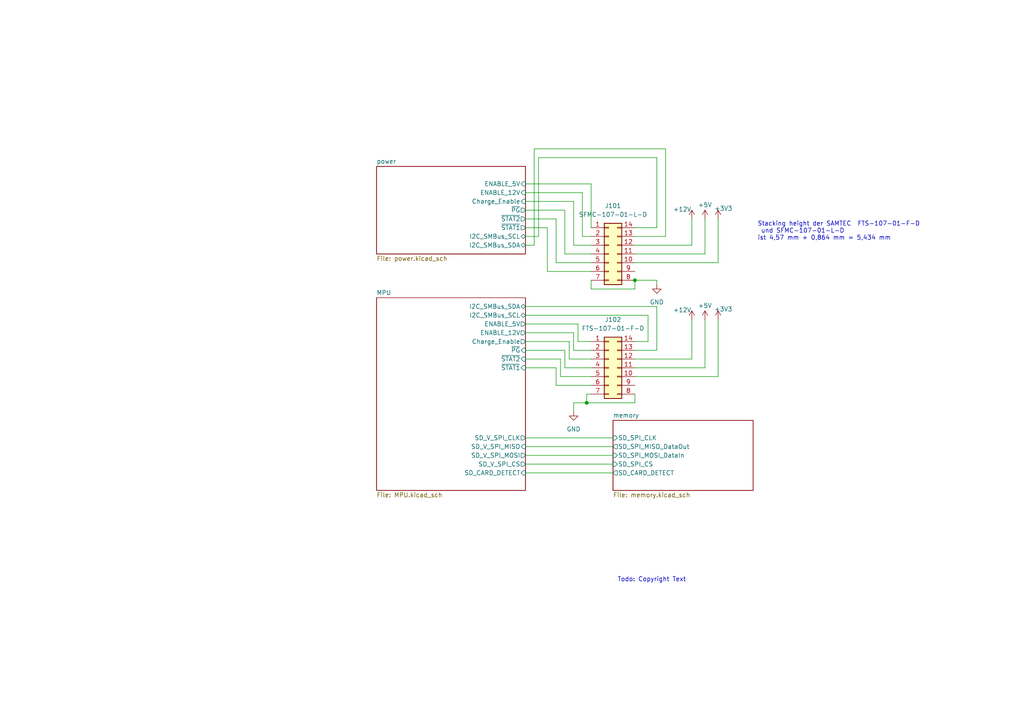
<source format=kicad_sch>
(kicad_sch (version 20231120) (generator "eeschema") (generator_version "8.0")
  (paper "A4")
  (title_block (title "Main Unit Hierachy") (date "2022-01-24"))
  (lib_symbols
    (symbol "Connector_Generic:Conn_02x07_Counter_Clockwise" (pin_names (offset 1.016) hide)
      (property "Reference" "J" (at 1.27 10.16 0))
      (property "Value" "Conn_02x07_Counter_Clockwise" (at 1.27 -10.16 0))
      (symbol "Conn_02x07_Counter_Clockwise_1_1"
        (rectangle (start -1.27 -7.493) (end 0 -7.747) (stroke (width 0.1524)))
        (rectangle (start -1.27 -4.953) (end 0 -5.207) (stroke (width 0.1524)))
        (rectangle (start -1.27 -2.413) (end 0 -2.667) (stroke (width 0.1524)))
        (rectangle (start -1.27 0.127) (end 0 -0.127) (stroke (width 0.1524)))
        (rectangle (start -1.27 2.667) (end 0 2.413) (stroke (width 0.1524)))
        (rectangle (start -1.27 5.207) (end 0 4.953) (stroke (width 0.1524)))
        (rectangle (start -1.27 7.747) (end 0 7.493) (stroke (width 0.1524)))
        (rectangle (start -1.27 8.89) (end 3.81 -8.89) (stroke (width 0.254)) (fill (type background)))
        (rectangle (start 3.81 -7.493) (end 2.54 -7.747) (stroke (width 0.1524)))
        (rectangle (start 3.81 -4.953) (end 2.54 -5.207) (stroke (width 0.1524)))
        (rectangle (start 3.81 -2.413) (end 2.54 -2.667) (stroke (width 0.1524)))
        (rectangle (start 3.81 0.127) (end 2.54 -0.127) (stroke (width 0.1524)))
        (rectangle (start 3.81 2.667) (end 2.54 2.413) (stroke (width 0.1524)))
        (rectangle (start 3.81 5.207) (end 2.54 4.953) (stroke (width 0.1524)))
        (rectangle (start 3.81 7.747) (end 2.54 7.493) (stroke (width 0.1524)))
        (pin passive line (at -5.08 7.62 0) (length 3.81) (name "Pin_1") (number "1"))
        (pin passive line (at 7.62 -2.54 180) (length 3.81) (name "Pin_10") (number "10"))
        (pin passive line (at 7.62 0 180) (length 3.81) (name "Pin_11") (number "11"))
        (pin passive line (at 7.62 2.54 180) (length 3.81) (name "Pin_12") (number "12"))
        (pin passive line (at 7.62 5.08 180) (length 3.81) (name "Pin_13") (number "13"))
        (pin passive line (at 7.62 7.62 180) (length 3.81) (name "Pin_14") (number "14"))
        (pin passive line (at -5.08 5.08 0) (length 3.81) (name "Pin_2") (number "2"))
        (pin passive line (at -5.08 2.54 0) (length 3.81) (name "Pin_3") (number "3"))
        (pin passive line (at -5.08 0 0) (length 3.81) (name "Pin_4") (number "4"))
        (pin passive line (at -5.08 -2.54 0) (length 3.81) (name "Pin_5") (number "5"))
        (pin passive line (at -5.08 -5.08 0) (length 3.81) (name "Pin_6") (number "6"))
        (pin passive line (at -5.08 -7.62 0) (length 3.81) (name "Pin_7") (number "7"))
        (pin passive line (at 7.62 -7.62 180) (length 3.81) (name "Pin_8") (number "8"))
        (pin passive line (at 7.62 -5.08 180) (length 3.81) (name "Pin_9") (number "9"))
      )
    )
    (symbol "power:+12V" (power) (pin_names (offset 0))
      (property "Value" "+12V" (at 0 3.556 0))
      (symbol "+12V_0_1"
        (polyline (pts (xy -0.762 1.27) (xy 0 2.54)))
        (polyline (pts (xy 0 0) (xy 0 2.54)))
        (polyline (pts (xy 0 2.54) (xy 0.762 1.27)))
      )
      (symbol "+12V_1_1"
        (pin power_in line (at 0 0 90) (length 0) hide (name "+12V") (number "1"))
      )
    )
    (symbol "power:+3.3V" (power) (pin_names (offset 0))
      (property "Value" "+3.3V" (at 0 3.556 0))
      (symbol "+3.3V_0_1"
        (polyline (pts (xy -0.762 1.27) (xy 0 2.54)))
        (polyline (pts (xy 0 0) (xy 0 2.54)))
        (polyline (pts (xy 0 2.54) (xy 0.762 1.27)))
      )
      (symbol "+3.3V_1_1"
        (pin power_in line (at 0 0 90) (length 0) hide (name "+3V3") (number "1"))
      )
    )
    (symbol "power:+5V" (power) (pin_names (offset 0))
      (property "Value" "+5V" (at 0 3.556 0))
      (symbol "+5V_0_1"
        (polyline (pts (xy -0.762 1.27) (xy 0 2.54)))
        (polyline (pts (xy 0 0) (xy 0 2.54)))
        (polyline (pts (xy 0 2.54) (xy 0.762 1.27)))
      )
      (symbol "+5V_1_1"
        (pin power_in line (at 0 0 90) (length 0) hide (name "+5V") (number "1"))
      )
    )
    (symbol "power:GND" (power) (pin_names (offset 0))
      (property "Value" "GND" (at 0 -3.81 0))
      (symbol "GND_0_1"
        (polyline (pts (xy 0 0) (xy 0 -1.27) (xy 1.27 -1.27) (xy 0 -2.54) (xy -1.27 -1.27) (xy 0 -1.27)))
      )
      (symbol "GND_1_1"
        (pin power_in line (at 0 0 270) (length 0) hide (name "GND") (number "1"))
      )
    )
  )
  (junction (at 184.15 81.28))
  (junction (at 170.18 116.84))
  (wire (pts (xy 162.56 109.22) (xy 171.45 109.22)))
  (wire (pts (xy 171.45 81.28) (xy 171.45 83.82)))
  (wire (pts (xy 156.21 45.72) (xy 190.5 45.72)))
  (wire (pts (xy 152.4 55.88) (xy 168.91 55.88)))
  (wire (pts (xy 167.64 99.06) (xy 171.45 99.06)))
  (wire (pts (xy 152.4 58.42) (xy 166.37 58.42)))
  (wire (pts (xy 208.28 109.22) (xy 184.15 109.22)))
  (wire (pts (xy 163.83 73.66) (xy 171.45 73.66)))
  (wire (pts (xy 152.4 127) (xy 177.8 127)))
  (wire (pts (xy 154.94 43.18) (xy 193.04 43.18)))
  (wire (pts (xy 152.4 60.96) (xy 163.83 60.96)))
  (wire (pts (xy 152.4 101.6) (xy 163.83 101.6)))
  (wire (pts (xy 161.29 111.76) (xy 171.45 111.76)))
  (wire (pts (xy 168.91 55.88) (xy 168.91 68.58)))
  (wire (pts (xy 163.83 101.6) (xy 163.83 106.68)))
  (wire (pts (xy 171.45 53.34) (xy 171.45 66.04)))
  (wire (pts (xy 152.4 99.06) (xy 165.1 99.06)))
  (wire (pts (xy 163.83 106.68) (xy 171.45 106.68)))
  (wire (pts (xy 161.29 76.2) (xy 171.45 76.2)))
  (wire (pts (xy 166.37 116.84) (xy 166.37 119.38)))
  (wire (pts (xy 152.4 134.62) (xy 177.8 134.62)))
  (wire (pts (xy 190.5 66.04) (xy 184.15 66.04)))
  (wire (pts (xy 167.64 93.98) (xy 167.64 99.06)))
  (wire (pts (xy 165.1 99.06) (xy 165.1 104.14)))
  (wire (pts (xy 152.4 137.16) (xy 177.8 137.16)))
  (wire (pts (xy 152.4 91.44) (xy 187.96 91.44)))
  (wire (pts (xy 193.04 68.58) (xy 184.15 68.58)))
  (wire (pts (xy 200.66 63.5) (xy 200.66 71.12)))
  (wire (pts (xy 156.21 68.58) (xy 156.21 45.72)))
  (wire (pts (xy 152.4 88.9) (xy 190.5 88.9)))
  (wire (pts (xy 184.15 116.84) (xy 170.18 116.84)))
  (wire (pts (xy 190.5 81.28) (xy 184.15 81.28)))
  (wire (pts (xy 152.4 53.34) (xy 171.45 53.34)))
  (wire (pts (xy 204.47 106.68) (xy 184.15 106.68)))
  (wire (pts (xy 166.37 58.42) (xy 166.37 71.12)))
  (wire (pts (xy 187.96 91.44) (xy 187.96 99.06)))
  (wire (pts (xy 200.66 92.71) (xy 200.66 104.14)))
  (wire (pts (xy 204.47 92.71) (xy 204.47 106.68)))
  (wire (pts (xy 187.96 99.06) (xy 184.15 99.06)))
  (wire (pts (xy 166.37 101.6) (xy 171.45 101.6)))
  (wire (pts (xy 208.28 76.2) (xy 184.15 76.2)))
  (wire (pts (xy 152.4 63.5) (xy 161.29 63.5)))
  (wire (pts (xy 171.45 114.3) (xy 170.18 114.3)))
  (wire (pts (xy 152.4 132.08) (xy 177.8 132.08)))
  (wire (pts (xy 166.37 96.52) (xy 166.37 101.6)))
  (wire (pts (xy 154.94 71.12) (xy 154.94 43.18)))
  (wire (pts (xy 152.4 104.14) (xy 162.56 104.14)))
  (wire (pts (xy 193.04 43.18) (xy 193.04 68.58)))
  (wire (pts (xy 190.5 82.55) (xy 190.5 81.28)))
  (wire (pts (xy 158.75 78.74) (xy 171.45 78.74)))
  (wire (pts (xy 166.37 71.12) (xy 171.45 71.12)))
  (wire (pts (xy 165.1 104.14) (xy 171.45 104.14)))
  (wire (pts (xy 152.4 71.12) (xy 154.94 71.12)))
  (wire (pts (xy 190.5 45.72) (xy 190.5 66.04)))
  (wire (pts (xy 152.4 129.54) (xy 177.8 129.54)))
  (wire (pts (xy 152.4 68.58) (xy 156.21 68.58)))
  (wire (pts (xy 162.56 104.14) (xy 162.56 109.22)))
  (wire (pts (xy 170.18 114.3) (xy 170.18 116.84)))
  (wire (pts (xy 152.4 96.52) (xy 166.37 96.52)))
  (wire (pts (xy 171.45 83.82) (xy 184.15 83.82)))
  (wire (pts (xy 184.15 114.3) (xy 184.15 116.84)))
  (wire (pts (xy 208.28 63.5) (xy 208.28 76.2)))
  (wire (pts (xy 152.4 106.68) (xy 161.29 106.68)))
  (wire (pts (xy 190.5 101.6) (xy 184.15 101.6)))
  (wire (pts (xy 152.4 93.98) (xy 167.64 93.98)))
  (wire (pts (xy 200.66 104.14) (xy 184.15 104.14)))
  (wire (pts (xy 161.29 63.5) (xy 161.29 76.2)))
  (wire (pts (xy 158.75 66.04) (xy 158.75 78.74)))
  (wire (pts (xy 208.28 92.71) (xy 208.28 109.22)))
  (wire (pts (xy 152.4 66.04) (xy 158.75 66.04)))
  (wire (pts (xy 190.5 88.9) (xy 190.5 101.6)))
  (wire (pts (xy 204.47 63.5) (xy 204.47 73.66)))
  (wire (pts (xy 163.83 60.96) (xy 163.83 73.66)))
  (wire (pts (xy 170.18 116.84) (xy 166.37 116.84)))
  (wire (pts (xy 204.47 73.66) (xy 184.15 73.66)))
  (wire (pts (xy 161.29 106.68) (xy 161.29 111.76)))
  (wire (pts (xy 168.91 68.58) (xy 171.45 68.58)))
  (wire (pts (xy 200.66 71.12) (xy 184.15 71.12)))
  (wire (pts (xy 184.15 81.28) (xy 184.15 83.82)))
  (text "Todo: Copyright Text" (at 179.07 168.91 0) (effects (font (size 1.27 1.27)) (justify left bottom)))
  (text "Stacking height der SAMTEC  FTS-107-01-F-D\n und SFMC-107-01-L-D\nist 4,57 mm + 0,864 mm = 5,434 mm" (at 219.71 69.85 0) (effects (font (size 1.27 1.27)) (justify left bottom)))
  (symbol (lib_id "power:GND") (at 190.5 82.55 0) (unit 1)
    (property "Reference" "#PWR0102" (effects (hide yes)))
    (property "Value" "GND" (at 190.5 87.63 0))
  )
  (symbol (lib_id "power:+5V") (at 204.47 63.5 0) (unit 1)
    (property "Reference" "#PWR0105" (effects (hide yes)))
    (property "Value" "+5V" (at 204.47 59.436 0))
  )
  (symbol (lib_id "power:+12V") (at 200.66 63.5 0) (unit 1)
    (property "Reference" "#PWR0103" (effects (hide yes)))
    (property "Value" "+12V" (at 197.866 60.706 0))
  )
  (symbol (lib_id "Connector_Generic:Conn_02x07_Counter_Clockwise") (at 176.53 106.68 0) (unit 1)
    (property "Reference" "J102" (at 177.8 92.71 0))
    (property "Value" "FTS-107-01-F-D" (at 177.8 95.25 0))
    (property "Footprint" "Connector_PinHeader_1.27mm:PinHeader_2x07_P1.27mm_Vertical" (effects (hide yes)))
    (property "Datasheet" "https://www.mouser.de/datasheet/2/527/fts-2854063.pdf" (effects (hide yes)))
    (property "Bauteilname" "FTS-107-01-F-D" (effects (hide yes)))
  )
  (symbol (lib_id "Connector_Generic:Conn_02x07_Counter_Clockwise") (at 176.53 73.66 0) (unit 1)
    (property "Reference" "J101" (at 177.8 59.69 0))
    (property "Value" "SFMC-107-01-L-D" (at 177.8 62.23 0))
    (property "Footprint" "Connector_PinSocket_1.27mm:PinSocket_2x07_P1.27mm_Vertical" (effects (hide yes)))
    (property "Datasheet" "https://www.mouser.de/datasheet/2/527/sfmc-2854637.pdf" (effects (hide yes)))
    (property "Bauteilname" "SFMC-107-01-L-D" (effects (hide yes)))
  )
  (symbol (lib_id "power:+5V") (at 204.47 92.71 0) (unit 1)
    (property "Reference" "#PWR0106" (effects (hide yes)))
    (property "Value" "+5V" (at 204.47 88.646 0))
  )
  (symbol (lib_id "power:+12V") (at 200.66 92.71 0) (unit 1)
    (property "Reference" "#PWR0104" (effects (hide yes)))
    (property "Value" "+12V" (at 197.866 89.916 0))
  )
  (symbol (lib_id "power:GND") (at 166.37 119.38 0) (unit 1)
    (property "Reference" "#PWR0101" (effects (hide yes)))
    (property "Value" "GND" (at 166.37 124.46 0))
  )
  (symbol (lib_id "power:+3.3V") (at 208.28 92.71 0) (unit 1)
    (property "Reference" "#PWR0108" (effects (hide yes)))
    (property "Value" "+3V3" (at 209.804 89.662 0))
  )
  (symbol (lib_id "power:+3.3V") (at 208.28 63.5 0) (unit 1)
    (property "Reference" "#PWR0107" (effects (hide yes)))
    (property "Value" "+3V3" (at 209.804 60.452 0))
  )
  (sheet (at 109.22 48.26) (size 43.18 25.4) (stroke (width 0.1524))
    (property "Sheetname" "power" (at 109.22 47.5484 0) (effects (justify left bottom)))
    (property "Sheetfile" "power.kicad_sch" (at 109.22 74.2446 0) (effects (justify left top)))
    (pin "Charge_Enable" input (at 152.4 58.42 0))
    (pin "I2C_SMBus_SCL" bidirectional (at 152.4 68.58 0))
    (pin "I2C_SMBus_SDA" bidirectional (at 152.4 71.12 0))
    (pin "ENABLE_12V" input (at 152.4 55.88 0))
    (pin "~{PG}" output (at 152.4 60.96 0))
    (pin "~{STAT2}" output (at 152.4 63.5 0))
    (pin "~{STAT1}" output (at 152.4 66.04 0))
    (pin "ENABLE_5V" input (at 152.4 53.34 0))
  )
  (sheet (at 177.8 121.92) (size 40.64 20.32) (stroke (width 0.1524))
    (property "Sheetname" "memory" (at 177.8 121.2084 0) (effects (justify left bottom)))
    (property "Sheetfile" "memory.kicad_sch" (at 177.8 142.8246 0) (effects (justify left top)))
    (pin "SD_SPI_MOSI_DataIn" input (at 177.8 132.08 180))
    (pin "SD_SPI_CS" input (at 177.8 134.62 180))
    (pin "SD_SPI_MISO_DataOut" output (at 177.8 129.54 180))
    (pin "SD_SPI_CLK" input (at 177.8 127 180))
    (pin "SD_CARD_DETECT" output (at 177.8 137.16 180))
  )
  (sheet (at 109.22 86.36) (size 43.18 55.88) (stroke (width 0.1524))
    (property "Sheetname" "MPU" (at 109.22 85.6484 0) (effects (justify left bottom)))
    (property "Sheetfile" "MPU.kicad_sch" (at 109.22 142.8246 0) (effects (justify left top)))
    (pin "SD_V_SPI_CLK" output (at 152.4 127 0))
    (pin "SD_V_SPI_MISO" input (at 152.4 129.54 0))
    (pin "SD_V_SPI_MOSI" output (at 152.4 132.08 0))
    (pin "SD_V_SPI_CS" output (at 152.4 134.62 0))
    (pin "I2C_SMBus_SDA" bidirectional (at 152.4 88.9 0))
    (pin "I2C_SMBus_SCL" bidirectional (at 152.4 91.44 0))
    (pin "SD_CARD_DETECT" input (at 152.4 137.16 0))
    (pin "~{PG}" input (at 152.4 101.6 0))
    (pin "Charge_Enable" output (at 152.4 99.06 0))
    (pin "ENABLE_12V" output (at 152.4 96.52 0))
    (pin "~{STAT1}" input (at 152.4 106.68 0))
    (pin "~{STAT2}" input (at 152.4 104.14 0))
    (pin "ENABLE_5V" output (at 152.4 93.98 0))
  )
)
</source>
